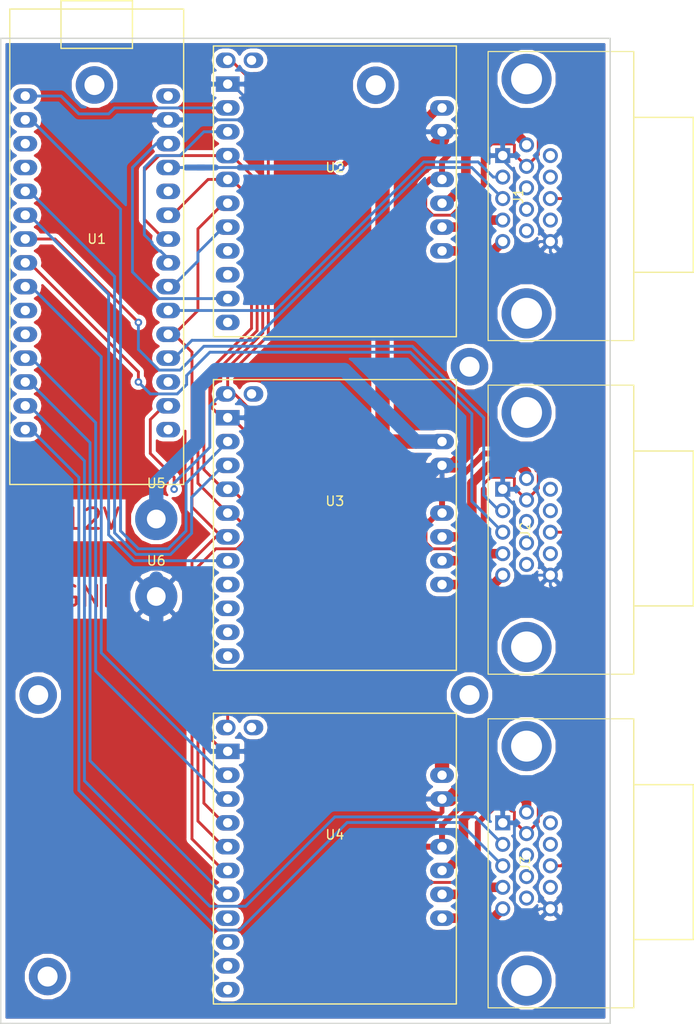
<source format=kicad_pcb>
(kicad_pcb (version 20171130) (host pcbnew 5.0.2-bee76a0~70~ubuntu18.04.1)
  (layers (0 F.Cu signal) (31 B.Cu signal hide) (34 B.Paste user) (35 F.Paste user) (36 B.SilkS user) (37 F.SilkS user) (38 B.Mask user) (39 F.Mask user) (44 Edge.Cuts user))
  (net 0 "")
  (net 1 "Net-(U2-Pad1)")
  (net 2 "Net-(U2-Pad10)")
  (net 3 "Net-(U2-Pad11)")
  (net 4 "Net-(U2-Pad13)")
  (net 5 "Net-(U1-Pad3)")
  (net 6 GND)
  (net 7 "Net-(U1-Pad10)")
  (net 8 "Net-(U1-Pad11)")
  (net 9 "Net-(U1-Pad16)")
  (net 10 +5V)
  (net 11 "Net-(U1-Pad20)")
  (net 12 "Net-(U1-Pad28)")
  (net 13 +3V3)
  (net 14 "Net-(U1-Pad30)")
  (net 15 MISO)
  (net 16 MOSI)
  (net 17 SCK)
  (net 18 +12V)
  (net 19 "Net-(J1-Pad7)")
  (net 20 "Net-(J1-Pad6)")
  (net 21 "Net-(J1-Pad4)")
  (net 22 "Net-(J1-Pad5)")
  (net 23 "Net-(U3-Pad1)")
  (net 24 "Net-(U3-Pad10)")
  (net 25 "Net-(U3-Pad11)")
  (net 26 "Net-(U3-Pad12)")
  (net 27 "Net-(U3-Pad13)")
  (net 28 "Net-(J2-Pad7)")
  (net 29 "Net-(J2-Pad6)")
  (net 30 "Net-(J2-Pad4)")
  (net 31 "Net-(J2-Pad5)")
  (net 32 "Net-(J3-Pad5)")
  (net 33 "Net-(J3-Pad4)")
  (net 34 "Net-(J3-Pad6)")
  (net 35 "Net-(J3-Pad7)")
  (net 36 "Net-(U4-Pad13)")
  (net 37 "Net-(U4-Pad12)")
  (net 38 "Net-(U4-Pad11)")
  (net 39 "Net-(U4-Pad10)")
  (net 40 "Net-(U4-Pad1)")
  (net 41 "Net-(J1-Pad8)")
  (net 42 "Net-(J1-Pad9)")
  (net 43 "Net-(J1-Pad10)")
  (net 44 "Net-(J1-Pad11)")
  (net 45 "Net-(J1-Pad12)")
  (net 46 "Net-(J1-Pad14)")
  (net 47 "Net-(J2-Pad14)")
  (net 48 "Net-(J2-Pad12)")
  (net 49 "Net-(J2-Pad11)")
  (net 50 "Net-(J2-Pad10)")
  (net 51 "Net-(J2-Pad9)")
  (net 52 "Net-(J2-Pad8)")
  (net 53 "Net-(J3-Pad8)")
  (net 54 "Net-(J3-Pad9)")
  (net 55 "Net-(J3-Pad10)")
  (net 56 "Net-(J3-Pad11)")
  (net 57 "Net-(J3-Pad12)")
  (net 58 "Net-(J3-Pad14)")
  (net 59 NXT1)
  (net 60 DIR1)
  (net 61 CS1)
  (net 62 NXT2)
  (net 63 DIR2)
  (net 64 CS2)
  (net 65 CS3)
  (net 66 DIR3)
  (net 67 NXT3)
  (net 68 FLIMIT1)
  (net 69 RLIMIT1)
  (net 70 RLIMIT2)
  (net 71 FLIMIT2)
  (net 72 FLIMIT3)
  (net 73 RLIMIT3)
  (net 74 RESET)
  (net 75 "Net-(U1-Pad4)")
  (module motor_driver:AMIS-30543-POLOLU (layer F.Cu) (at 172.72 135.89)
    (fp_text reference U4 (at 0 -2.54) (layer F.SilkS))
    (fp_text value AMIS-30543-POLOLU)
    (pad 19 thru_hole oval (at 11.43 6.35) (size 2.54 1.651) (drill 1) (layers *.Cu *.Mask) (net 32 "Net-(J3-Pad5)"))
    (pad 18 thru_hole oval (at 11.43 3.81) (size 2.54 1.651) (drill 1) (layers *.Cu *.Mask) (net 33 "Net-(J3-Pad4)"))
    (pad 17 thru_hole oval (at 11.43 1.27) (size 2.54 1.651) (drill 1) (layers *.Cu *.Mask) (net 34 "Net-(J3-Pad6)"))
    (pad 16 thru_hole oval (at 11.43 -1.27) (size 2.54 1.651) (drill 1) (layers *.Cu *.Mask) (net 35 "Net-(J3-Pad7)"))
    (pad 15 thru_hole oval (at 11.43 -6.35) (size 2.54 1.651) (drill 1) (layers *.Cu *.Mask) (net 6 GND))
    (pad 14 thru_hole oval (at 11.43 -8.89) (size 2.54 1.651) (drill 1) (layers *.Cu *.Mask) (net 18 +12V))
    (pad 13 thru_hole oval (at -11.43 13.97) (size 2.54 1.651) (drill 1) (layers *.Cu *.Mask) (net 36 "Net-(U4-Pad13)"))
    (pad 12 thru_hole oval (at -11.43 11.43) (size 2.54 1.651) (drill 1) (layers *.Cu *.Mask) (net 37 "Net-(U4-Pad12)"))
    (pad 11 thru_hole oval (at -11.43 8.89) (size 2.54 1.651) (drill 1) (layers *.Cu *.Mask) (net 38 "Net-(U4-Pad11)"))
    (pad 10 thru_hole oval (at -11.43 6.35) (size 2.54 1.651) (drill 1) (layers *.Cu *.Mask) (net 39 "Net-(U4-Pad10)"))
    (pad 9 thru_hole oval (at -11.43 3.81) (size 2.54 1.651) (drill 1) (layers *.Cu *.Mask) (net 65 CS3))
    (pad 8 thru_hole oval (at -11.43 1.27) (size 2.54 1.651) (drill 1) (layers *.Cu *.Mask) (net 17 SCK))
    (pad 7 thru_hole oval (at -11.43 -1.27) (size 2.54 1.651) (drill 1) (layers *.Cu *.Mask) (net 16 MOSI))
    (pad 6 thru_hole oval (at -11.43 -3.81) (size 2.54 1.651) (drill 1) (layers *.Cu *.Mask) (net 15 MISO))
    (pad 5 thru_hole oval (at -11.43 -6.35) (size 2.54 1.651) (drill 1) (layers *.Cu *.Mask) (net 66 DIR3))
    (pad 4 thru_hole oval (at -11.43 -8.89) (size 2.54 1.651) (drill 1) (layers *.Cu *.Mask) (net 67 NXT3))
    (pad 3 thru_hole rect (at -11.43 -11.43) (size 2.54 1.651) (drill 1) (layers *.Cu *.Mask) (net 6 GND))
    (pad 1 thru_hole oval (at -8.89 -13.97) (size 2.0955 1.651) (drill 1 (offset 0.20955 0)) (layers *.Cu *.Mask) (net 40 "Net-(U4-Pad1)"))
    (pad 2 thru_hole oval (at -11.43 -13.97 180) (size 2.0955 1.651) (drill 1 (offset 0.20955 0)) (layers *.Cu *.Mask) (net 13 +3V3))
  )
  (module motor_driver:DSUB-15-HD_Male_Horizontal_Pitch2.29x2.54mm_EdgePinOffset9.40mm (layer F.Cu) (at 190.5 60.96 270)
    (fp_text reference J1 (at 4.315 -1.8 270) (layer F.SilkS))
    (fp_text value DB15_Female_HighDensity)
    (pad "" thru_hole circle (at 16.809999 -2.662266 270) (size 5.334 5.334) (drill 3.302) (layers *.Cu *.Mask))
    (pad "" thru_hole circle (at -8.1788 -2.662266 270) (size 5.334 5.334) (drill 3.302) (layers *.Cu *.Mask))
    (pad 15 thru_hole circle (at 9.16 -5.202266 270) (size 1.6 1.6) (drill 1) (layers *.Cu *.Mask) (net 6 GND))
    (pad 14 thru_hole circle (at 6.87 -5.202266 270) (size 1.6 1.6) (drill 1) (layers *.Cu *.Mask) (net 46 "Net-(J1-Pad14)"))
    (pad 13 thru_hole circle (at 4.58 -5.202266 270) (size 1.6 1.6) (drill 1) (layers *.Cu *.Mask) (net 10 +5V))
    (pad 12 thru_hole circle (at 2.29 -5.202266 270) (size 1.6 1.6) (drill 1) (layers *.Cu *.Mask) (net 45 "Net-(J1-Pad12)"))
    (pad 11 thru_hole circle (at 0 -5.202266 270) (size 1.6 1.6) (drill 1) (layers *.Cu *.Mask) (net 44 "Net-(J1-Pad11)"))
    (pad 10 thru_hole circle (at 8.015 -2.662266 270) (size 1.6 1.6) (drill 1) (layers *.Cu *.Mask) (net 43 "Net-(J1-Pad10)"))
    (pad 9 thru_hole circle (at 5.725 -2.662266 270) (size 1.6 1.6) (drill 1) (layers *.Cu *.Mask) (net 42 "Net-(J1-Pad9)"))
    (pad 8 thru_hole circle (at 3.435 -2.662266 270) (size 1.6 1.6) (drill 1) (layers *.Cu *.Mask) (net 41 "Net-(J1-Pad8)"))
    (pad 7 thru_hole circle (at 1.145 -2.662266 270) (size 1.6 1.6) (drill 1) (layers *.Cu *.Mask) (net 19 "Net-(J1-Pad7)"))
    (pad 6 thru_hole circle (at -1.145 -2.662266 270) (size 1.6 1.6) (drill 1) (layers *.Cu *.Mask) (net 20 "Net-(J1-Pad6)"))
    (pad 5 thru_hole circle (at 9.16 -0.122266 270) (size 1.6 1.6) (drill 1) (layers *.Cu *.Mask) (net 22 "Net-(J1-Pad5)"))
    (pad 4 thru_hole circle (at 6.87 -0.122266 270) (size 1.6 1.6) (drill 1) (layers *.Cu *.Mask) (net 21 "Net-(J1-Pad4)"))
    (pad 3 thru_hole circle (at 4.58 -0.122266 270) (size 1.6 1.6) (drill 1) (layers *.Cu *.Mask) (net 69 RLIMIT1))
    (pad 2 thru_hole circle (at 2.29 -0.122266 270) (size 1.6 1.6) (drill 1) (layers *.Cu *.Mask) (net 68 FLIMIT1))
    (pad 1 thru_hole rect (at 0 -0.122266 270) (size 1.6 1.6) (drill 1) (layers *.Cu *.Mask) (net 6 GND))
  )
  (module motor_driver:AMIS-30543-POLOLU (layer F.Cu) (at 172.72 100.33)
    (fp_text reference U3 (at 0 -2.54) (layer F.SilkS))
    (fp_text value AMIS-30543-POLOLU)
    (pad 2 thru_hole oval (at -11.43 -13.97 180) (size 2.0955 1.651) (drill 1 (offset 0.20955 0)) (layers *.Cu *.Mask) (net 13 +3V3))
    (pad 1 thru_hole oval (at -8.89 -13.97) (size 2.0955 1.651) (drill 1 (offset 0.20955 0)) (layers *.Cu *.Mask) (net 23 "Net-(U3-Pad1)"))
    (pad 3 thru_hole rect (at -11.43 -11.43) (size 2.54 1.651) (drill 1) (layers *.Cu *.Mask) (net 6 GND))
    (pad 4 thru_hole oval (at -11.43 -8.89) (size 2.54 1.651) (drill 1) (layers *.Cu *.Mask) (net 62 NXT2))
    (pad 5 thru_hole oval (at -11.43 -6.35) (size 2.54 1.651) (drill 1) (layers *.Cu *.Mask) (net 63 DIR2))
    (pad 6 thru_hole oval (at -11.43 -3.81) (size 2.54 1.651) (drill 1) (layers *.Cu *.Mask) (net 15 MISO))
    (pad 7 thru_hole oval (at -11.43 -1.27) (size 2.54 1.651) (drill 1) (layers *.Cu *.Mask) (net 16 MOSI))
    (pad 8 thru_hole oval (at -11.43 1.27) (size 2.54 1.651) (drill 1) (layers *.Cu *.Mask) (net 17 SCK))
    (pad 9 thru_hole oval (at -11.43 3.81) (size 2.54 1.651) (drill 1) (layers *.Cu *.Mask) (net 64 CS2))
    (pad 10 thru_hole oval (at -11.43 6.35) (size 2.54 1.651) (drill 1) (layers *.Cu *.Mask) (net 24 "Net-(U3-Pad10)"))
    (pad 11 thru_hole oval (at -11.43 8.89) (size 2.54 1.651) (drill 1) (layers *.Cu *.Mask) (net 25 "Net-(U3-Pad11)"))
    (pad 12 thru_hole oval (at -11.43 11.43) (size 2.54 1.651) (drill 1) (layers *.Cu *.Mask) (net 26 "Net-(U3-Pad12)"))
    (pad 13 thru_hole oval (at -11.43 13.97) (size 2.54 1.651) (drill 1) (layers *.Cu *.Mask) (net 27 "Net-(U3-Pad13)"))
    (pad 14 thru_hole oval (at 11.43 -8.89) (size 2.54 1.651) (drill 1) (layers *.Cu *.Mask) (net 18 +12V))
    (pad 15 thru_hole oval (at 11.43 -6.35) (size 2.54 1.651) (drill 1) (layers *.Cu *.Mask) (net 6 GND))
    (pad 16 thru_hole oval (at 11.43 -1.27) (size 2.54 1.651) (drill 1) (layers *.Cu *.Mask) (net 28 "Net-(J2-Pad7)"))
    (pad 17 thru_hole oval (at 11.43 1.27) (size 2.54 1.651) (drill 1) (layers *.Cu *.Mask) (net 29 "Net-(J2-Pad6)"))
    (pad 18 thru_hole oval (at 11.43 3.81) (size 2.54 1.651) (drill 1) (layers *.Cu *.Mask) (net 30 "Net-(J2-Pad4)"))
    (pad 19 thru_hole oval (at 11.43 6.35) (size 2.54 1.651) (drill 1) (layers *.Cu *.Mask) (net 31 "Net-(J2-Pad5)"))
  )
  (module Wire_Pads:SolderWirePad_single_2mmDrill (layer F.Cu) (at 153.67 107.95)
    (fp_text reference U6 (at 0 -3.81) (layer F.SilkS))
    (fp_text value GND)
    (pad 1 thru_hole circle (at 0 0) (size 4.50088 4.50088) (drill 1.99898) (layers *.Cu *.Mask) (net 6 GND))
  )
  (module Wire_Pads:SolderWirePad_single_2mmDrill (layer F.Cu) (at 153.67 99.695)
    (fp_text reference U5 (at 0 -3.81) (layer F.SilkS))
    (fp_text value +12V)
    (pad 1 thru_hole circle (at 0 0) (size 4.50088 4.50088) (drill 1.99898) (layers *.Cu *.Mask) (net 18 +12V))
  )
  (module motor_driver:DSUB-15-HD_Male_Horizontal_Pitch2.29x2.54mm_EdgePinOffset9.40mm (layer F.Cu) (at 190.5 132.08 270)
    (fp_text reference J3 (at 4.315 -2.54 270) (layer F.SilkS))
    (fp_text value DB15_Female_HighDensity)
    (pad "" thru_hole circle (at 16.809999 -2.662266 270) (size 5.334 5.334) (drill 3.302) (layers *.Cu *.Mask))
    (pad "" thru_hole circle (at -8.1788 -2.662266 270) (size 5.334 5.334) (drill 3.302) (layers *.Cu *.Mask))
    (pad 15 thru_hole circle (at 9.16 -5.202266 270) (size 1.6 1.6) (drill 1) (layers *.Cu *.Mask) (net 6 GND))
    (pad 14 thru_hole circle (at 6.87 -5.202266 270) (size 1.6 1.6) (drill 1) (layers *.Cu *.Mask) (net 58 "Net-(J3-Pad14)"))
    (pad 13 thru_hole circle (at 4.58 -5.202266 270) (size 1.6 1.6) (drill 1) (layers *.Cu *.Mask) (net 10 +5V))
    (pad 12 thru_hole circle (at 2.29 -5.202266 270) (size 1.6 1.6) (drill 1) (layers *.Cu *.Mask) (net 57 "Net-(J3-Pad12)"))
    (pad 11 thru_hole circle (at 0 -5.202266 270) (size 1.6 1.6) (drill 1) (layers *.Cu *.Mask) (net 56 "Net-(J3-Pad11)"))
    (pad 10 thru_hole circle (at 8.015 -2.662266 270) (size 1.6 1.6) (drill 1) (layers *.Cu *.Mask) (net 55 "Net-(J3-Pad10)"))
    (pad 9 thru_hole circle (at 5.725 -2.662266 270) (size 1.6 1.6) (drill 1) (layers *.Cu *.Mask) (net 54 "Net-(J3-Pad9)"))
    (pad 8 thru_hole circle (at 3.435 -2.662266 270) (size 1.6 1.6) (drill 1) (layers *.Cu *.Mask) (net 53 "Net-(J3-Pad8)"))
    (pad 7 thru_hole circle (at 1.145 -2.662266 270) (size 1.6 1.6) (drill 1) (layers *.Cu *.Mask) (net 35 "Net-(J3-Pad7)"))
    (pad 6 thru_hole circle (at -1.145 -2.662266 270) (size 1.6 1.6) (drill 1) (layers *.Cu *.Mask) (net 34 "Net-(J3-Pad6)"))
    (pad 5 thru_hole circle (at 9.16 -0.122266 270) (size 1.6 1.6) (drill 1) (layers *.Cu *.Mask) (net 32 "Net-(J3-Pad5)"))
    (pad 4 thru_hole circle (at 6.87 -0.122266 270) (size 1.6 1.6) (drill 1) (layers *.Cu *.Mask) (net 33 "Net-(J3-Pad4)"))
    (pad 3 thru_hole circle (at 4.58 -0.122266 270) (size 1.6 1.6) (drill 1) (layers *.Cu *.Mask) (net 73 RLIMIT3))
    (pad 2 thru_hole circle (at 2.29 -0.122266 270) (size 1.6 1.6) (drill 1) (layers *.Cu *.Mask) (net 72 FLIMIT3))
    (pad 1 thru_hole rect (at 0 -0.122266 270) (size 1.6 1.6) (drill 1) (layers *.Cu *.Mask) (net 6 GND))
  )
  (module motor_driver:DSUB-15-HD_Male_Horizontal_Pitch2.29x2.54mm_EdgePinOffset9.40mm (layer F.Cu) (at 190.5 96.52 270)
    (fp_text reference J2 (at 4.315 -2.54 270) (layer F.SilkS))
    (fp_text value DB15_Female_HighDensity)
    (pad "" thru_hole circle (at 16.809999 -2.662266 270) (size 5.334 5.334) (drill 3.302) (layers *.Cu *.Mask))
    (pad "" thru_hole circle (at -8.1788 -2.662266 270) (size 5.334 5.334) (drill 3.302) (layers *.Cu *.Mask))
    (pad 15 thru_hole circle (at 9.16 -5.202266 270) (size 1.6 1.6) (drill 1) (layers *.Cu *.Mask) (net 6 GND))
    (pad 14 thru_hole circle (at 6.87 -5.202266 270) (size 1.6 1.6) (drill 1) (layers *.Cu *.Mask) (net 47 "Net-(J2-Pad14)"))
    (pad 13 thru_hole circle (at 4.58 -5.202266 270) (size 1.6 1.6) (drill 1) (layers *.Cu *.Mask) (net 10 +5V))
    (pad 12 thru_hole circle (at 2.29 -5.202266 270) (size 1.6 1.6) (drill 1) (layers *.Cu *.Mask) (net 48 "Net-(J2-Pad12)"))
    (pad 11 thru_hole circle (at 0 -5.202266 270) (size 1.6 1.6) (drill 1) (layers *.Cu *.Mask) (net 49 "Net-(J2-Pad11)"))
    (pad 10 thru_hole circle (at 8.015 -2.662266 270) (size 1.6 1.6) (drill 1) (layers *.Cu *.Mask) (net 50 "Net-(J2-Pad10)"))
    (pad 9 thru_hole circle (at 5.725 -2.662266 270) (size 1.6 1.6) (drill 1) (layers *.Cu *.Mask) (net 51 "Net-(J2-Pad9)"))
    (pad 8 thru_hole circle (at 3.435 -2.662266 270) (size 1.6 1.6) (drill 1) (layers *.Cu *.Mask) (net 52 "Net-(J2-Pad8)"))
    (pad 7 thru_hole circle (at 1.145 -2.662266 270) (size 1.6 1.6) (drill 1) (layers *.Cu *.Mask) (net 28 "Net-(J2-Pad7)"))
    (pad 6 thru_hole circle (at -1.145 -2.662266 270) (size 1.6 1.6) (drill 1) (layers *.Cu *.Mask) (net 29 "Net-(J2-Pad6)"))
    (pad 5 thru_hole circle (at 9.16 -0.122266 270) (size 1.6 1.6) (drill 1) (layers *.Cu *.Mask) (net 31 "Net-(J2-Pad5)"))
    (pad 4 thru_hole circle (at 6.87 -0.122266 270) (size 1.6 1.6) (drill 1) (layers *.Cu *.Mask) (net 30 "Net-(J2-Pad4)"))
    (pad 3 thru_hole circle (at 4.58 -0.122266 270) (size 1.6 1.6) (drill 1) (layers *.Cu *.Mask) (net 70 RLIMIT2))
    (pad 2 thru_hole circle (at 2.29 -0.122266 270) (size 1.6 1.6) (drill 1) (layers *.Cu *.Mask) (net 71 FLIMIT2))
    (pad 1 thru_hole rect (at 0 -0.122266 270) (size 1.6 1.6) (drill 1) (layers *.Cu *.Mask) (net 6 GND))
  )
  (module STM32:NUCLEO-L432KC (layer F.Cu) (at 147.32 72.39)
    (fp_text reference U1 (at 0 -2.54) (layer F.SilkS))
    (fp_text value NUCLEO-L432KC)
    (pad 1 thru_hole oval (at -7.62 -17.78) (size 2.54 1.65) (drill 1) (layers *.Cu *.Mask) (net 59 NXT1))
    (pad 2 thru_hole oval (at -7.62 -15.24) (size 2.54 1.65) (drill 1) (layers *.Cu *.Mask) (net 62 NXT2))
    (pad 3 thru_hole oval (at -7.62 -12.7) (size 2.54 1.65) (drill 1) (layers *.Cu *.Mask) (net 5 "Net-(U1-Pad3)"))
    (pad 4 thru_hole oval (at -7.62 -10.16) (size 2.54 1.65) (drill 1) (layers *.Cu *.Mask) (net 75 "Net-(U1-Pad4)"))
    (pad 5 thru_hole oval (at -7.62 -7.62) (size 2.54 1.65) (drill 1) (layers *.Cu *.Mask) (net 63 DIR2))
    (pad 6 thru_hole oval (at -7.62 -5.08) (size 2.54 1.65) (drill 1) (layers *.Cu *.Mask) (net 64 CS2))
    (pad 7 thru_hole oval (at -7.62 -2.54) (size 2.54 1.65) (drill 1) (layers *.Cu *.Mask) (net 71 FLIMIT2))
    (pad 8 thru_hole oval (at -7.62 0) (size 2.54 1.65) (drill 1) (layers *.Cu *.Mask) (net 70 RLIMIT2))
    (pad 9 thru_hole oval (at -7.62 2.54) (size 2.54 1.65) (drill 1) (layers *.Cu *.Mask) (net 67 NXT3))
    (pad 10 thru_hole oval (at -7.62 5.08) (size 2.54 1.65) (drill 1) (layers *.Cu *.Mask) (net 7 "Net-(U1-Pad10)"))
    (pad 11 thru_hole oval (at -7.62 7.62) (size 2.54 1.65) (drill 1) (layers *.Cu *.Mask) (net 8 "Net-(U1-Pad11)"))
    (pad 12 thru_hole oval (at -7.62 10.16) (size 2.54 1.65) (drill 1) (layers *.Cu *.Mask) (net 66 DIR3))
    (pad 13 thru_hole oval (at -7.62 12.7) (size 2.54 1.65) (drill 1) (layers *.Cu *.Mask) (net 65 CS3))
    (pad 14 thru_hole oval (at -7.62 15.24) (size 2.54 1.65) (drill 1) (layers *.Cu *.Mask) (net 72 FLIMIT3))
    (pad 15 thru_hole oval (at -7.62 17.78) (size 2.54 1.65) (drill 1) (layers *.Cu *.Mask) (net 73 RLIMIT3))
    (pad 16 thru_hole oval (at 7.62 -17.78) (size 2.54 1.65) (drill 1) (layers *.Cu *.Mask) (net 9 "Net-(U1-Pad16)"))
    (pad 17 thru_hole oval (at 7.62 -15.24) (size 2.54 1.65) (drill 1) (layers *.Cu *.Mask) (net 6 GND))
    (pad 18 thru_hole oval (at 7.62 -12.7) (size 2.54 1.65) (drill 1) (layers *.Cu *.Mask) (net 74 RESET))
    (pad 19 thru_hole oval (at 7.62 -10.16) (size 2.54 1.65) (drill 1) (layers *.Cu *.Mask) (net 10 +5V))
    (pad 20 thru_hole oval (at 7.62 -7.62) (size 2.54 1.65) (drill 1) (layers *.Cu *.Mask) (net 11 "Net-(U1-Pad20)"))
    (pad 21 thru_hole oval (at 7.62 -5.08) (size 2.54 1.65) (drill 1) (layers *.Cu *.Mask) (net 16 MOSI))
    (pad 22 thru_hole oval (at 7.62 -2.54) (size 2.54 1.65) (drill 1) (layers *.Cu *.Mask) (net 15 MISO))
    (pad 23 thru_hole oval (at 7.62 0) (size 2.54 1.65) (drill 1) (layers *.Cu *.Mask) (net 60 DIR1))
    (pad 24 thru_hole oval (at 7.62 2.54) (size 2.54 1.65) (drill 1) (layers *.Cu *.Mask) (net 61 CS1))
    (pad 25 thru_hole oval (at 7.62 5.08) (size 2.54 1.65) (drill 1) (layers *.Cu *.Mask) (net 68 FLIMIT1))
    (pad 26 thru_hole oval (at 7.62 7.62) (size 2.54 1.65) (drill 1) (layers *.Cu *.Mask) (net 17 SCK))
    (pad 27 thru_hole oval (at 7.62 10.16) (size 2.54 1.65) (drill 1) (layers *.Cu *.Mask) (net 69 RLIMIT1))
    (pad 28 thru_hole oval (at 7.62 12.7) (size 2.54 1.65) (drill 1) (layers *.Cu *.Mask) (net 12 "Net-(U1-Pad28)"))
    (pad 29 thru_hole oval (at 7.62 15.24) (size 2.54 1.65) (drill 1) (layers *.Cu *.Mask) (net 13 +3V3))
    (pad 30 thru_hole oval (at 7.62 17.78) (size 2.54 1.65) (drill 1) (layers *.Cu *.Mask) (net 14 "Net-(U1-Pad30)"))
  )
  (module motor_driver:AMIS-30543-POLOLU (layer F.Cu) (at 172.72 64.77)
    (fp_text reference U2 (at 0 -2.54) (layer F.SilkS))
    (fp_text value AMIS-30543-POLOLU)
    (pad 2 thru_hole oval (at -11.43 -13.97 180) (size 2.0955 1.651) (drill 1 (offset 0.20955 0)) (layers *.Cu *.Mask) (net 13 +3V3))
    (pad 1 thru_hole oval (at -8.89 -13.97) (size 2.0955 1.651) (drill 1 (offset 0.20955 0)) (layers *.Cu *.Mask) (net 1 "Net-(U2-Pad1)"))
    (pad 3 thru_hole rect (at -11.43 -11.43) (size 2.54 1.651) (drill 1) (layers *.Cu *.Mask) (net 6 GND))
    (pad 4 thru_hole oval (at -11.43 -8.89) (size 2.54 1.651) (drill 1) (layers *.Cu *.Mask) (net 59 NXT1))
    (pad 5 thru_hole oval (at -11.43 -6.35) (size 2.54 1.651) (drill 1) (layers *.Cu *.Mask) (net 60 DIR1))
    (pad 6 thru_hole oval (at -11.43 -3.81) (size 2.54 1.651) (drill 1) (layers *.Cu *.Mask) (net 15 MISO))
    (pad 7 thru_hole oval (at -11.43 -1.27) (size 2.54 1.651) (drill 1) (layers *.Cu *.Mask) (net 16 MOSI))
    (pad 8 thru_hole oval (at -11.43 1.27) (size 2.54 1.651) (drill 1) (layers *.Cu *.Mask) (net 17 SCK))
    (pad 9 thru_hole oval (at -11.43 3.81) (size 2.54 1.651) (drill 1) (layers *.Cu *.Mask) (net 61 CS1))
    (pad 10 thru_hole oval (at -11.43 6.35) (size 2.54 1.651) (drill 1) (layers *.Cu *.Mask) (net 2 "Net-(U2-Pad10)"))
    (pad 11 thru_hole oval (at -11.43 8.89) (size 2.54 1.651) (drill 1) (layers *.Cu *.Mask) (net 3 "Net-(U2-Pad11)"))
    (pad 12 thru_hole oval (at -11.43 11.43) (size 2.54 1.651) (drill 1) (layers *.Cu *.Mask) (net 74 RESET))
    (pad 13 thru_hole oval (at -11.43 13.97) (size 2.54 1.651) (drill 1) (layers *.Cu *.Mask) (net 4 "Net-(U2-Pad13)"))
    (pad 14 thru_hole oval (at 11.43 -8.89) (size 2.54 1.651) (drill 1) (layers *.Cu *.Mask) (net 18 +12V))
    (pad 15 thru_hole oval (at 11.43 -6.35) (size 2.54 1.651) (drill 1) (layers *.Cu *.Mask) (net 6 GND))
    (pad 16 thru_hole oval (at 11.43 -1.27) (size 2.54 1.651) (drill 1) (layers *.Cu *.Mask) (net 19 "Net-(J1-Pad7)"))
    (pad 17 thru_hole oval (at 11.43 1.27) (size 2.54 1.651) (drill 1) (layers *.Cu *.Mask) (net 20 "Net-(J1-Pad6)"))
    (pad 18 thru_hole oval (at 11.43 3.81) (size 2.54 1.651) (drill 1) (layers *.Cu *.Mask) (net 21 "Net-(J1-Pad4)"))
    (pad 19 thru_hole oval (at 11.43 6.35) (size 2.54 1.651) (drill 1) (layers *.Cu *.Mask) (net 22 "Net-(J1-Pad5)"))
  )
  (gr_text GND (at 146.685 107.95) (layer F.Cu) (effects (font (size 2.2 2.2) (thickness 0.3))))
  (gr_text "+12V\n" (at 145.415 99.695) (layer F.Cu) (effects (font (size 2.2 2.2) (thickness 0.3))))
  (gr_line (start 137.08 153.46) (end 137.08 48.46) (layer Edge.Cuts) (width 0.15))
  (gr_line (start 138.08 153.46) (end 137.08 153.46) (layer Edge.Cuts) (width 0.15))
  (gr_line (start 202.08 153.46) (end 138.08 153.46) (layer Edge.Cuts) (width 0.15))
  (gr_line (start 202.08 48.46) (end 202.08 153.46) (layer Edge.Cuts) (width 0.15))
  (gr_line (start 137.08 48.46) (end 202.08 48.46) (layer Edge.Cuts) (width 0.15))
  (via (at 187.08 83.46) (size 4) (drill 2.1336) (layers F.Cu B.Cu) (net 0))
  (via (at 177.08 53.46) (size 4) (drill 2.1336) (layers F.Cu B.Cu) (net 0))
  (via (at 187.08 118.46) (size 4) (drill 2.1336) (layers F.Cu B.Cu) (net 0))
  (via (at 141.08 118.46) (size 4) (drill 2.1336) (layers F.Cu B.Cu) (net 0))
  (via (at 142.08 148.46) (size 4) (drill 2.1336) (layers F.Cu B.Cu) (net 0))
  (via (at 147.08 53.43549) (size 4) (drill 2.1336) (layers F.Cu B.Cu) (net 0))
  (segment (start 154.94 57.15) (end 162.56 57.15) (width 0.3048) (layer B.Cu) (net 6))
  (segment (start 161.7345 53.34) (end 161.29 53.34) (width 0.3048) (layer F.Cu) (net 6))
  (segment (start 161.29 88.9) (end 160.655 88.9) (width 0.3048) (layer F.Cu) (net 6))
  (segment (start 159.385 87.63) (end 159.385 85.508316) (width 0.3048) (layer F.Cu) (net 6))
  (segment (start 160.655 88.9) (end 159.385 87.63) (width 0.3048) (layer F.Cu) (net 6))
  (segment (start 159.385 85.508316) (end 165.023818 79.869498) (width 0.3048) (layer F.Cu) (net 6))
  (segment (start 165.023818 79.869498) (end 165.023818 56.629318) (width 0.3048) (layer F.Cu) (net 6))
  (segment (start 165.023818 56.629318) (end 161.7345 53.34) (width 0.3048) (layer F.Cu) (net 6))
  (segment (start 191.866767 69.521363) (end 192.830404 70.485) (width 0.3048) (layer F.Cu) (net 6))
  (segment (start 191.866767 62.651363) (end 191.866767 69.521363) (width 0.3048) (layer F.Cu) (net 6))
  (segment (start 190.622266 60.96) (end 190.622266 61.406862) (width 0.3048) (layer F.Cu) (net 6))
  (segment (start 190.622266 61.406862) (end 191.866767 62.651363) (width 0.3048) (layer F.Cu) (net 6))
  (segment (start 194.570896 70.12) (end 195.702266 70.12) (width 0.3048) (layer F.Cu) (net 6))
  (segment (start 192.830404 70.485) (end 194.205896 70.485) (width 0.3048) (layer F.Cu) (net 6))
  (segment (start 194.205896 70.485) (end 194.570896 70.12) (width 0.3048) (layer F.Cu) (net 6))
  (segment (start 185.7248 58.42) (end 184.15 58.42) (width 0.3048) (layer B.Cu) (net 6))
  (segment (start 189.187066 58.42) (end 185.7248 58.42) (width 0.3048) (layer B.Cu) (net 6))
  (segment (start 190.622266 60.96) (end 190.622266 59.8552) (width 0.3048) (layer B.Cu) (net 6))
  (segment (start 190.622266 59.8552) (end 189.187066 58.42) (width 0.3048) (layer B.Cu) (net 6))
  (segment (start 161.7345 53.34) (end 161.29 53.34) (width 0.3048) (layer B.Cu) (net 6))
  (segment (start 163.195 54.8005) (end 161.7345 53.34) (width 0.3048) (layer B.Cu) (net 6))
  (segment (start 162.56 57.15) (end 163.195 57.15) (width 0.3048) (layer B.Cu) (net 6))
  (segment (start 163.195 57.15) (end 163.195 54.8005) (width 0.3048) (layer B.Cu) (net 6))
  (segment (start 191.866767 69.521363) (end 192.830404 70.485) (width 0.3048) (layer B.Cu) (net 6))
  (segment (start 191.866767 62.652639) (end 191.866767 69.521363) (width 0.3048) (layer B.Cu) (net 6))
  (segment (start 190.622266 60.96) (end 190.622266 61.408138) (width 0.3048) (layer B.Cu) (net 6))
  (segment (start 190.622266 61.408138) (end 191.866767 62.652639) (width 0.3048) (layer B.Cu) (net 6))
  (segment (start 194.570896 70.12) (end 195.702266 70.12) (width 0.3048) (layer B.Cu) (net 6))
  (segment (start 192.830404 70.485) (end 194.205896 70.485) (width 0.3048) (layer B.Cu) (net 6))
  (segment (start 194.205896 70.485) (end 194.570896 70.12) (width 0.3048) (layer B.Cu) (net 6))
  (segment (start 183.7055 93.98) (end 184.15 93.98) (width 1.524) (layer B.Cu) (net 6))
  (segment (start 153.67 106.045) (end 153.67 111.125) (width 1.524) (layer B.Cu) (net 6))
  (segment (start 153.67 111.125) (end 159.385 116.84) (width 1.524) (layer B.Cu) (net 6))
  (segment (start 159.385 116.84) (end 161.852669 116.84) (width 1.524) (layer B.Cu) (net 6))
  (segment (start 179.705 98.987669) (end 179.705 97.9805) (width 1.524) (layer B.Cu) (net 6))
  (segment (start 161.852669 116.84) (end 179.705 98.987669) (width 1.524) (layer B.Cu) (net 6))
  (segment (start 179.705 97.9805) (end 183.7055 93.98) (width 1.524) (layer B.Cu) (net 6))
  (segment (start 184.15 59.230306) (end 184.15 58.42) (width 1.524) (layer F.Cu) (net 6))
  (segment (start 185.42 93.98) (end 187.325 92.075) (width 1.524) (layer F.Cu) (net 6))
  (segment (start 187.325 92.075) (end 187.325 89.535) (width 1.524) (layer F.Cu) (net 6))
  (segment (start 187.325 89.535) (end 180.23839 82.44839) (width 1.524) (layer F.Cu) (net 6))
  (segment (start 180.23839 82.44839) (end 180.23839 63.141916) (width 1.524) (layer F.Cu) (net 6))
  (segment (start 184.15 93.98) (end 185.42 93.98) (width 1.524) (layer F.Cu) (net 6))
  (segment (start 180.23839 63.141916) (end 184.15 59.230306) (width 1.524) (layer F.Cu) (net 6))
  (segment (start 164.800565 57.15) (end 162.56 57.15) (width 0.3048) (layer B.Cu) (net 6))
  (segment (start 184.15 58.42) (end 166.070565 58.42) (width 0.3048) (layer B.Cu) (net 6))
  (segment (start 166.070565 58.42) (end 164.800565 57.15) (width 0.3048) (layer B.Cu) (net 6))
  (segment (start 190.622266 93.857734) (end 190.622266 96.52) (width 0.3048) (layer B.Cu) (net 6))
  (segment (start 192.405 92.075) (end 190.622266 93.857734) (width 0.3048) (layer B.Cu) (net 6))
  (segment (start 195.702266 71.25137) (end 197.485 73.034104) (width 0.3048) (layer B.Cu) (net 6))
  (segment (start 195.702266 70.12) (end 195.702266 71.25137) (width 0.3048) (layer B.Cu) (net 6))
  (segment (start 197.485 73.034104) (end 197.485 89.535) (width 0.3048) (layer B.Cu) (net 6))
  (segment (start 197.485 89.535) (end 197.160404 89.535) (width 0.3048) (layer B.Cu) (net 6))
  (segment (start 197.160404 89.535) (end 194.620404 92.075) (width 0.3048) (layer B.Cu) (net 6))
  (segment (start 194.620404 92.075) (end 192.405 92.075) (width 0.3048) (layer B.Cu) (net 6))
  (segment (start 194.570896 141.24) (end 195.702266 141.24) (width 0.3048) (layer B.Cu) (net 6))
  (segment (start 191.727066 132.08) (end 191.866767 132.219701) (width 0.3048) (layer B.Cu) (net 6))
  (segment (start 190.622266 132.08) (end 191.727066 132.08) (width 0.3048) (layer B.Cu) (net 6))
  (segment (start 191.866767 132.219701) (end 191.866767 140.641363) (width 0.3048) (layer B.Cu) (net 6))
  (segment (start 191.866767 140.641363) (end 192.564905 141.339501) (width 0.3048) (layer B.Cu) (net 6))
  (segment (start 192.564905 141.339501) (end 194.471395 141.339501) (width 0.3048) (layer B.Cu) (net 6))
  (segment (start 194.471395 141.339501) (end 194.570896 141.24) (width 0.3048) (layer B.Cu) (net 6))
  (segment (start 195.702266 105.68) (end 195.702266 106.81137) (width 0.3048) (layer B.Cu) (net 6))
  (segment (start 190.622266 130.052734) (end 190.622266 130.9752) (width 0.3048) (layer B.Cu) (net 6))
  (segment (start 198.12 109.229104) (end 198.12 124.46) (width 0.3048) (layer B.Cu) (net 6))
  (segment (start 190.622266 130.9752) (end 190.622266 132.08) (width 0.3048) (layer B.Cu) (net 6))
  (segment (start 198.12 124.46) (end 193.675 128.905) (width 0.3048) (layer B.Cu) (net 6))
  (segment (start 195.702266 106.81137) (end 198.12 109.229104) (width 0.3048) (layer B.Cu) (net 6))
  (segment (start 193.675 128.905) (end 191.77 128.905) (width 0.3048) (layer B.Cu) (net 6))
  (segment (start 191.77 128.905) (end 190.622266 130.052734) (width 0.3048) (layer B.Cu) (net 6))
  (segment (start 193.859128 105.68) (end 195.702266 105.68) (width 0.3048) (layer B.Cu) (net 6))
  (segment (start 190.622266 96.968138) (end 191.866767 98.212639) (width 0.3048) (layer B.Cu) (net 6))
  (segment (start 190.622266 96.52) (end 190.622266 96.968138) (width 0.3048) (layer B.Cu) (net 6))
  (segment (start 191.866767 98.212639) (end 191.866767 105.081363) (width 0.3048) (layer B.Cu) (net 6))
  (segment (start 191.866767 105.081363) (end 192.564905 105.779501) (width 0.3048) (layer B.Cu) (net 6))
  (segment (start 192.564905 105.779501) (end 193.759627 105.779501) (width 0.3048) (layer B.Cu) (net 6))
  (segment (start 193.759627 105.779501) (end 193.859128 105.68) (width 0.3048) (layer B.Cu) (net 6))
  (segment (start 187.16939 127.368267) (end 184.997657 129.54) (width 1.524) (layer F.Cu) (net 6))
  (segment (start 184.15 93.98) (end 183.7055 93.98) (width 1.524) (layer F.Cu) (net 6))
  (segment (start 183.7055 93.98) (end 180.34 97.3455) (width 1.524) (layer F.Cu) (net 6))
  (segment (start 180.34 97.3455) (end 180.34 117.475) (width 1.524) (layer F.Cu) (net 6))
  (segment (start 180.34 117.475) (end 187.16939 124.30439) (width 1.524) (layer F.Cu) (net 6))
  (segment (start 184.997657 129.54) (end 184.15 129.54) (width 1.524) (layer F.Cu) (net 6))
  (segment (start 187.16939 124.30439) (end 187.16939 127.368267) (width 1.524) (layer F.Cu) (net 6))
  (segment (start 160.8455 124.46) (end 161.29 124.46) (width 0.3048) (layer F.Cu) (net 6))
  (segment (start 161.7345 88.9) (end 164.426908 91.592408) (width 0.3048) (layer F.Cu) (net 6))
  (segment (start 161.29 88.9) (end 161.7345 88.9) (width 0.3048) (layer F.Cu) (net 6))
  (segment (start 164.426908 91.592408) (end 164.426908 115.608092) (width 0.3048) (layer F.Cu) (net 6))
  (segment (start 164.426908 115.608092) (end 159.385 120.65) (width 0.3048) (layer F.Cu) (net 6))
  (segment (start 159.385 120.65) (end 159.385 122.9995) (width 0.3048) (layer F.Cu) (net 6))
  (segment (start 159.385 122.9995) (end 160.8455 124.46) (width 0.3048) (layer F.Cu) (net 6))
  (via (at 173.355 62.23) (size 0.8) (drill 0.4) (layers F.Cu B.Cu) (net 10))
  (segment (start 197.485 59.055) (end 194.81799 56.38799) (width 0.635) (layer F.Cu) (net 10))
  (segment (start 173.754999 61.830001) (end 173.355 62.23) (width 0.3048) (layer F.Cu) (net 10))
  (segment (start 194.81799 56.38799) (end 191.64299 56.38799) (width 0.635) (layer F.Cu) (net 10))
  (segment (start 191.64299 56.38799) (end 189.23 53.975) (width 0.635) (layer F.Cu) (net 10))
  (segment (start 181.61 53.975) (end 173.754999 61.830001) (width 0.635) (layer F.Cu) (net 10))
  (segment (start 189.23 53.975) (end 181.61 53.975) (width 0.635) (layer F.Cu) (net 10))
  (segment (start 197.485 63.5) (end 197.485 59.055) (width 0.635) (layer F.Cu) (net 10))
  (segment (start 197.35 101.1) (end 195.702266 101.1) (width 0.3048) (layer F.Cu) (net 10))
  (segment (start 197.485 63.5) (end 197.485 100.965) (width 0.635) (layer F.Cu) (net 10))
  (segment (start 197.485 100.965) (end 197.35 101.1) (width 0.3048) (layer F.Cu) (net 10))
  (segment (start 196.833636 136.66) (end 195.702266 136.66) (width 0.3048) (layer F.Cu) (net 10))
  (segment (start 197.485 100.965) (end 197.485 136.008636) (width 0.635) (layer F.Cu) (net 10))
  (segment (start 197.485 136.008636) (end 196.833636 136.66) (width 0.3048) (layer F.Cu) (net 10))
  (segment (start 197.485 65.405) (end 197.485 63.5) (width 0.3048) (layer F.Cu) (net 10))
  (segment (start 195.702266 65.54) (end 197.35 65.54) (width 0.3048) (layer F.Cu) (net 10))
  (segment (start 197.35 65.54) (end 197.485 65.405) (width 0.3048) (layer F.Cu) (net 10))
  (segment (start 162.56 62.23) (end 166.37 62.23) (width 0.3048) (layer B.Cu) (net 10))
  (segment (start 162.56 62.23) (end 172.72 62.23) (width 0.635) (layer B.Cu) (net 10))
  (segment (start 166.37 62.23) (end 172.72 62.23) (width 0.3048) (layer B.Cu) (net 10))
  (segment (start 172.72 62.23) (end 173.355 62.23) (width 0.3048) (layer B.Cu) (net 10))
  (segment (start 160.02 62.23) (end 162.56 62.23) (width 0.3048) (layer B.Cu) (net 10))
  (segment (start 159.385 62.23) (end 160.02 62.23) (width 0.3048) (layer B.Cu) (net 10))
  (segment (start 158.115 62.23) (end 160.02 62.23) (width 0.635) (layer B.Cu) (net 10))
  (segment (start 156.845 62.23) (end 158.115 62.23) (width 0.3048) (layer B.Cu) (net 10))
  (segment (start 154.94 62.23) (end 156.845 62.23) (width 0.3048) (layer B.Cu) (net 10))
  (segment (start 158.75 62.23) (end 156.845 62.23) (width 0.635) (layer B.Cu) (net 10))
  (segment (start 158.75 62.23) (end 159.385 62.23) (width 0.3048) (layer B.Cu) (net 10))
  (segment (start 158.115 62.23) (end 158.75 62.23) (width 0.3048) (layer B.Cu) (net 10))
  (segment (start 161.29 84.455) (end 161.29 86.36) (width 0.3048) (layer F.Cu) (net 13))
  (segment (start 165.620727 80.124273) (end 161.29 84.455) (width 0.3048) (layer F.Cu) (net 13))
  (segment (start 165.620727 54.775125) (end 165.620727 80.124273) (width 0.3048) (layer F.Cu) (net 13))
  (segment (start 161.29 50.8) (end 161.645602 50.8) (width 0.3048) (layer F.Cu) (net 13))
  (segment (start 161.645602 50.8) (end 165.620727 54.775125) (width 0.3048) (layer F.Cu) (net 13))
  (segment (start 160.655 86.36) (end 159.385 87.63) (width 0.3048) (layer B.Cu) (net 13))
  (segment (start 161.29 86.36) (end 160.655 86.36) (width 0.3048) (layer B.Cu) (net 13))
  (via (at 155.575 96.52) (size 0.8) (drill 0.4) (layers F.Cu B.Cu) (net 13))
  (segment (start 155.575 95.866342) (end 155.575 96.52) (width 0.3048) (layer B.Cu) (net 13))
  (segment (start 159.385 87.63) (end 159.385 92.056342) (width 0.3048) (layer B.Cu) (net 13))
  (segment (start 159.385 92.056342) (end 155.575 95.866342) (width 0.3048) (layer B.Cu) (net 13))
  (segment (start 154.495 87.63) (end 154.94 87.63) (width 0.3048) (layer F.Cu) (net 13))
  (segment (start 153.035 89.09) (end 154.495 87.63) (width 0.3048) (layer F.Cu) (net 13))
  (segment (start 153.035 92.71) (end 153.035 89.09) (width 0.3048) (layer F.Cu) (net 13))
  (segment (start 155.575 96.52) (end 155.575 95.25) (width 0.3048) (layer F.Cu) (net 13))
  (segment (start 155.575 95.25) (end 153.035 92.71) (width 0.3048) (layer F.Cu) (net 13))
  (segment (start 161.29 120.015) (end 161.29 121.92) (width 0.3048) (layer F.Cu) (net 13))
  (segment (start 165.023819 116.281181) (end 161.29 120.015) (width 0.3048) (layer F.Cu) (net 13))
  (segment (start 165.023819 89.362584) (end 165.023819 116.281181) (width 0.3048) (layer F.Cu) (net 13))
  (segment (start 161.29 86.36) (end 162.021235 86.36) (width 0.3048) (layer F.Cu) (net 13))
  (segment (start 162.021235 86.36) (end 165.023819 89.362584) (width 0.3048) (layer F.Cu) (net 13))
  (segment (start 153.969642 60.96) (end 152.4 62.529642) (width 0.3048) (layer F.Cu) (net 15))
  (segment (start 161.29 60.96) (end 153.969642 60.96) (width 0.3048) (layer F.Cu) (net 15))
  (segment (start 154.495 69.85) (end 154.94 69.85) (width 0.3048) (layer F.Cu) (net 15))
  (segment (start 152.4 67.755) (end 154.495 69.85) (width 0.3048) (layer F.Cu) (net 15))
  (segment (start 152.4 62.529642) (end 152.4 67.755) (width 0.3048) (layer F.Cu) (net 15))
  (segment (start 160.8455 96.52) (end 161.29 96.52) (width 0.3048) (layer F.Cu) (net 15))
  (segment (start 161.7345 60.96) (end 164.426911 63.652411) (width 0.3048) (layer F.Cu) (net 15))
  (segment (start 161.29 60.96) (end 161.7345 60.96) (width 0.3048) (layer F.Cu) (net 15))
  (segment (start 164.426911 63.652411) (end 164.426911 79.622248) (width 0.3048) (layer F.Cu) (net 15))
  (segment (start 164.426911 79.622248) (end 158.75 85.299159) (width 0.3048) (layer F.Cu) (net 15))
  (segment (start 158.75 85.299159) (end 158.75 94.4245) (width 0.3048) (layer F.Cu) (net 15))
  (segment (start 158.75 94.4245) (end 160.8455 96.52) (width 0.3048) (layer F.Cu) (net 15))
  (segment (start 160.8455 132.08) (end 161.29 132.08) (width 0.3048) (layer F.Cu) (net 15))
  (segment (start 161.7345 96.52) (end 163.829997 98.615497) (width 0.3048) (layer F.Cu) (net 15))
  (segment (start 161.29 96.52) (end 161.7345 96.52) (width 0.3048) (layer F.Cu) (net 15))
  (segment (start 163.829997 98.615497) (end 163.829997 114.935003) (width 0.3048) (layer F.Cu) (net 15))
  (segment (start 163.829997 114.935003) (end 158.75 120.015) (width 0.3048) (layer F.Cu) (net 15))
  (segment (start 158.75 120.015) (end 158.75 129.9845) (width 0.3048) (layer F.Cu) (net 15))
  (segment (start 158.75 129.9845) (end 160.8455 132.08) (width 0.3048) (layer F.Cu) (net 15))
  (segment (start 155.385 67.31) (end 159.195 63.5) (width 0.3048) (layer F.Cu) (net 16))
  (segment (start 154.94 67.31) (end 155.385 67.31) (width 0.3048) (layer F.Cu) (net 16))
  (segment (start 159.195 63.5) (end 161.29 63.5) (width 0.3048) (layer F.Cu) (net 16))
  (segment (start 161.7345 63.5) (end 161.29 63.5) (width 0.3048) (layer F.Cu) (net 16))
  (segment (start 163.83 65.5955) (end 161.7345 63.5) (width 0.3048) (layer F.Cu) (net 16))
  (segment (start 163.83 79.375) (end 163.83 65.5955) (width 0.3048) (layer F.Cu) (net 16))
  (segment (start 158.115 85.09) (end 163.83 79.375) (width 0.3048) (layer F.Cu) (net 16))
  (segment (start 161.29 99.06) (end 158.115 95.885) (width 0.3048) (layer F.Cu) (net 16))
  (segment (start 158.115 95.885) (end 158.115 85.09) (width 0.3048) (layer F.Cu) (net 16))
  (segment (start 160.8455 134.62) (end 161.29 134.62) (width 0.3048) (layer F.Cu) (net 16))
  (segment (start 158.115 104.775) (end 158.115 131.8895) (width 0.3048) (layer F.Cu) (net 16))
  (segment (start 161.7345 99.06) (end 163.195 100.5205) (width 0.3048) (layer F.Cu) (net 16))
  (segment (start 161.29 99.06) (end 161.7345 99.06) (width 0.3048) (layer F.Cu) (net 16))
  (segment (start 163.195 100.5205) (end 163.195 101.935565) (width 0.3048) (layer F.Cu) (net 16))
  (segment (start 163.195 101.935565) (end 162.260565 102.87) (width 0.3048) (layer F.Cu) (net 16))
  (segment (start 158.115 131.8895) (end 160.8455 134.62) (width 0.3048) (layer F.Cu) (net 16))
  (segment (start 162.260565 102.87) (end 160.02 102.87) (width 0.3048) (layer F.Cu) (net 16))
  (segment (start 160.02 102.87) (end 158.115 104.775) (width 0.3048) (layer F.Cu) (net 16))
  (segment (start 160.8455 137.16) (end 161.29 137.16) (width 0.3048) (layer F.Cu) (net 17))
  (segment (start 157.48 133.7945) (end 160.8455 137.16) (width 0.3048) (layer F.Cu) (net 17))
  (segment (start 157.48 104.14) (end 157.48 133.7945) (width 0.3048) (layer F.Cu) (net 17))
  (segment (start 161.29 101.6) (end 160.02 101.6) (width 0.3048) (layer F.Cu) (net 17))
  (segment (start 160.02 101.6) (end 157.48 104.14) (width 0.3048) (layer F.Cu) (net 17))
  (segment (start 160.655 101.6) (end 161.29 101.6) (width 0.3048) (layer F.Cu) (net 17))
  (segment (start 157.48 98.425) (end 160.655 101.6) (width 0.3048) (layer F.Cu) (net 17))
  (segment (start 157.48 81.915) (end 157.48 98.425) (width 0.3048) (layer F.Cu) (net 17))
  (segment (start 154.94 80.01) (end 155.575 80.01) (width 0.3048) (layer F.Cu) (net 17))
  (segment (start 155.575 80.01) (end 157.48 81.915) (width 0.3048) (layer F.Cu) (net 17))
  (segment (start 158.115 77.47) (end 155.575 80.01) (width 0.3048) (layer F.Cu) (net 17))
  (segment (start 158.115 68.7705) (end 158.115 77.47) (width 0.3048) (layer F.Cu) (net 17))
  (segment (start 161.29 66.04) (end 160.8455 66.04) (width 0.3048) (layer F.Cu) (net 17))
  (segment (start 160.8455 66.04) (end 158.115 68.7705) (width 0.3048) (layer F.Cu) (net 17))
  (segment (start 184.15 124.6505) (end 184.15 127) (width 1.524) (layer F.Cu) (net 18))
  (segment (start 177.8 118.3005) (end 184.15 124.6505) (width 1.524) (layer F.Cu) (net 18))
  (segment (start 181.356 91.44) (end 177.8 91.44) (width 1.524) (layer F.Cu) (net 18))
  (segment (start 184.15 91.44) (end 181.356 91.44) (width 1.524) (layer F.Cu) (net 18))
  (segment (start 177.8 63.37115) (end 177.8 91.44) (width 1.524) (layer F.Cu) (net 18))
  (segment (start 177.8 91.44) (end 177.8 118.3005) (width 1.524) (layer F.Cu) (net 18))
  (segment (start 177.8 62.865) (end 177.8 63.37115) (width 1.016) (layer F.Cu) (net 18))
  (segment (start 180.975 59.69) (end 177.8 62.865) (width 1.016) (layer F.Cu) (net 18))
  (segment (start 180.975 58.6105) (end 180.975 59.69) (width 1.016) (layer F.Cu) (net 18))
  (segment (start 184.15 55.88) (end 183.7055 55.88) (width 1.016) (layer F.Cu) (net 18))
  (segment (start 183.7055 55.88) (end 180.975 58.6105) (width 1.016) (layer F.Cu) (net 18))
  (segment (start 181.356 91.44) (end 184.15 91.44) (width 1.524) (layer B.Cu) (net 18))
  (segment (start 153.67 95.885) (end 158.115 91.44) (width 1.524) (layer B.Cu) (net 18))
  (segment (start 153.67 99.695) (end 153.67 95.885) (width 1.524) (layer B.Cu) (net 18))
  (segment (start 158.115 91.44) (end 158.115 85.725) (width 1.524) (layer B.Cu) (net 18))
  (segment (start 158.115 85.725) (end 160.02 83.82) (width 1.524) (layer B.Cu) (net 18))
  (segment (start 160.02 83.82) (end 173.736 83.82) (width 1.524) (layer B.Cu) (net 18))
  (segment (start 173.736 83.82) (end 181.356 91.44) (width 1.524) (layer B.Cu) (net 18))
  (segment (start 188.595 63.835565) (end 186.055 66.375565) (width 0.3048) (layer F.Cu) (net 19))
  (segment (start 186.055 66.375565) (end 185.120565 67.31) (width 0.3048) (layer F.Cu) (net 19))
  (segment (start 185.120565 67.31) (end 185.120555 67.31001) (width 0.3048) (layer F.Cu) (net 19))
  (segment (start 193.162266 62.105) (end 194.406767 60.860499) (width 0.3048) (layer F.Cu) (net 19))
  (segment (start 194.406767 60.860499) (end 194.406767 58.516767) (width 0.3048) (layer F.Cu) (net 19))
  (segment (start 188.595 64.069052) (end 186.055 66.609052) (width 0.635) (layer F.Cu) (net 19))
  (segment (start 188.595 60.96) (end 188.595 64.069052) (width 0.635) (layer F.Cu) (net 19))
  (segment (start 188.595 60.96) (end 188.595 63.835565) (width 0.3048) (layer F.Cu) (net 19))
  (segment (start 186.055 66.609052) (end 186.02961 66.609052) (width 0.635) (layer F.Cu) (net 19))
  (segment (start 182.245 64.135) (end 182.245 66.375565) (width 0.635) (layer F.Cu) (net 19))
  (segment (start 184.15 63.5) (end 182.88 63.5) (width 0.635) (layer F.Cu) (net 19))
  (segment (start 182.88 63.5) (end 182.245 64.135) (width 0.635) (layer F.Cu) (net 19))
  (segment (start 183.179435 67.31) (end 185.120565 67.31) (width 0.3048) (layer F.Cu) (net 19))
  (segment (start 182.245 66.375565) (end 183.179435 67.31) (width 0.3048) (layer F.Cu) (net 19))
  (segment (start 184.15 61.595) (end 188.595 57.15) (width 0.635) (layer F.Cu) (net 19))
  (segment (start 184.15 63.5) (end 184.15 61.595) (width 0.635) (layer F.Cu) (net 19))
  (segment (start 191.866767 60.809501) (end 191.866767 59.804399) (width 0.3048) (layer F.Cu) (net 19))
  (segment (start 193.162266 62.105) (end 191.866767 60.809501) (width 0.3048) (layer F.Cu) (net 19))
  (segment (start 191.777867 59.715499) (end 189.466665 59.715499) (width 0.3048) (layer F.Cu) (net 19))
  (segment (start 191.866767 59.804399) (end 191.777867 59.715499) (width 0.3048) (layer F.Cu) (net 19))
  (segment (start 189.466665 59.715499) (end 188.595 60.587164) (width 0.3048) (layer F.Cu) (net 19))
  (segment (start 188.595 60.587164) (end 188.595 60.96) (width 0.3048) (layer F.Cu) (net 19))
  (segment (start 188.595 57.15) (end 193.04 57.15) (width 0.3048) (layer F.Cu) (net 19))
  (segment (start 194.406767 58.516767) (end 193.04 57.15) (width 0.3048) (layer F.Cu) (net 19))
  (segment (start 184.785 66.04) (end 184.15 66.04) (width 0.3048) (layer F.Cu) (net 20))
  (segment (start 186.69 64.135) (end 184.785 66.04) (width 0.3048) (layer F.Cu) (net 20))
  (segment (start 186.69 60.96) (end 186.69 64.135) (width 0.3048) (layer F.Cu) (net 20))
  (segment (start 186.69 63.9445) (end 186.69 60.96) (width 1.016) (layer F.Cu) (net 20))
  (segment (start 184.15 66.04) (end 184.5945 66.04) (width 1.016) (layer F.Cu) (net 20))
  (segment (start 184.5945 66.04) (end 186.69 63.9445) (width 1.016) (layer F.Cu) (net 20))
  (segment (start 189.23 58.42) (end 191.82942 58.42) (width 1.016) (layer F.Cu) (net 20))
  (segment (start 193.162266 59.752846) (end 193.162266 59.815) (width 1.016) (layer F.Cu) (net 20))
  (segment (start 191.82942 58.42) (end 193.162266 59.752846) (width 1.016) (layer F.Cu) (net 20))
  (segment (start 186.69 60.96) (end 189.23 58.42) (width 1.016) (layer F.Cu) (net 20))
  (segment (start 189.345 67.83) (end 190.622266 67.83) (width 1.016) (layer F.Cu) (net 21))
  (segment (start 184.15 68.58) (end 188.595 68.58) (width 1.016) (layer F.Cu) (net 21))
  (segment (start 188.595 68.58) (end 189.345 67.83) (width 1.016) (layer F.Cu) (net 21))
  (segment (start 189.622266 71.12) (end 190.622266 70.12) (width 1.016) (layer F.Cu) (net 22))
  (segment (start 184.15 71.12) (end 189.622266 71.12) (width 1.016) (layer F.Cu) (net 22))
  (segment (start 191.866767 96.369501) (end 191.866767 95.346767) (width 0.3048) (layer F.Cu) (net 28))
  (segment (start 193.162266 97.665) (end 191.866767 96.369501) (width 0.3048) (layer F.Cu) (net 28))
  (segment (start 189.307052 95.25) (end 188.595 95.962052) (width 0.3048) (layer F.Cu) (net 28))
  (segment (start 191.866767 95.346767) (end 191.77 95.25) (width 0.3048) (layer F.Cu) (net 28))
  (segment (start 191.77 95.25) (end 189.307052 95.25) (width 0.3048) (layer F.Cu) (net 28))
  (segment (start 188.595 95.962052) (end 188.595 96.52) (width 0.3048) (layer F.Cu) (net 28))
  (segment (start 188.595 101.021539) (end 186.746539 102.87) (width 0.635) (layer F.Cu) (net 28))
  (segment (start 188.595 96.52) (end 188.595 101.021539) (width 0.635) (layer F.Cu) (net 28))
  (segment (start 186.746539 102.87) (end 185.42 102.87) (width 0.635) (layer F.Cu) (net 28))
  (segment (start 182.27039 100.49511) (end 182.27039 102.26039) (width 0.635) (layer F.Cu) (net 28))
  (segment (start 184.15 99.06) (end 183.7055 99.06) (width 0.635) (layer F.Cu) (net 28))
  (segment (start 183.7055 99.06) (end 182.27039 100.49511) (width 0.635) (layer F.Cu) (net 28))
  (segment (start 182.27039 102.26039) (end 182.88 102.87) (width 0.635) (layer F.Cu) (net 28))
  (segment (start 184.15 97.189748) (end 188.629748 92.71) (width 0.635) (layer F.Cu) (net 28))
  (segment (start 184.15 99.06) (end 184.15 97.189748) (width 0.635) (layer F.Cu) (net 28))
  (segment (start 188.629748 92.71) (end 193.04 92.71) (width 0.635) (layer F.Cu) (net 28))
  (segment (start 193.04 92.71) (end 194.31 93.98) (width 0.635) (layer F.Cu) (net 28))
  (segment (start 194.31 93.98) (end 194.31 94.436524) (width 0.635) (layer F.Cu) (net 28))
  (segment (start 182.88 102.87) (end 185.42 102.87) (width 0.3048) (layer F.Cu) (net 28))
  (segment (start 194.406767 94.076767) (end 194.31 93.98) (width 0.3048) (layer F.Cu) (net 28))
  (segment (start 193.162266 97.665) (end 194.406767 96.420499) (width 0.3048) (layer F.Cu) (net 28))
  (segment (start 194.406767 96.420499) (end 194.406767 94.076767) (width 0.3048) (layer F.Cu) (net 28))
  (segment (start 186.436 101.6) (end 187.325 100.711) (width 1.016) (layer F.Cu) (net 29))
  (segment (start 193.162266 94.737266) (end 193.162266 95.375) (width 1.016) (layer F.Cu) (net 29))
  (segment (start 184.15 101.6) (end 186.436 101.6) (width 1.016) (layer F.Cu) (net 29))
  (segment (start 187.325 100.711) (end 187.325 95.885) (width 1.016) (layer F.Cu) (net 29))
  (segment (start 187.325 95.885) (end 189.23 93.98) (width 1.016) (layer F.Cu) (net 29))
  (segment (start 189.23 93.98) (end 192.405 93.98) (width 1.016) (layer F.Cu) (net 29))
  (segment (start 192.405 93.98) (end 193.162266 94.737266) (width 1.016) (layer F.Cu) (net 29))
  (segment (start 184.15 104.14) (end 188.595 104.14) (width 1.016) (layer F.Cu) (net 30))
  (segment (start 189.345 103.39) (end 190.622266 103.39) (width 1.016) (layer F.Cu) (net 30))
  (segment (start 188.595 104.14) (end 189.345 103.39) (width 1.016) (layer F.Cu) (net 30))
  (segment (start 190.622266 105.68) (end 189.622266 106.68) (width 1.016) (layer F.Cu) (net 31))
  (segment (start 189.622266 106.68) (end 184.15 106.68) (width 1.016) (layer F.Cu) (net 31))
  (segment (start 189.622266 142.24) (end 190.622266 141.24) (width 1.016) (layer F.Cu) (net 32))
  (segment (start 184.15 142.24) (end 189.622266 142.24) (width 1.016) (layer F.Cu) (net 32))
  (segment (start 189.345 138.95) (end 190.622266 138.95) (width 1.016) (layer F.Cu) (net 33))
  (segment (start 184.15 139.7) (end 188.595 139.7) (width 1.016) (layer F.Cu) (net 33))
  (segment (start 188.595 139.7) (end 189.345 138.95) (width 1.016) (layer F.Cu) (net 33))
  (segment (start 184.5945 137.16) (end 184.15 137.16) (width 1.016) (layer F.Cu) (net 34))
  (segment (start 192.263636 128.905) (end 189.152947 128.905) (width 1.016) (layer F.Cu) (net 34))
  (segment (start 193.162266 130.935) (end 193.162266 129.80363) (width 1.016) (layer F.Cu) (net 34))
  (segment (start 186.436 135.3185) (end 184.5945 137.16) (width 1.016) (layer F.Cu) (net 34))
  (segment (start 193.162266 129.80363) (end 192.263636 128.905) (width 1.016) (layer F.Cu) (net 34))
  (segment (start 186.436 131.621947) (end 186.436 135.3185) (width 1.016) (layer F.Cu) (net 34))
  (segment (start 189.152947 128.905) (end 186.436 131.621947) (width 1.016) (layer F.Cu) (net 34))
  (segment (start 182.245 134.62) (end 181.61 135.255) (width 0.635) (layer F.Cu) (net 35))
  (segment (start 184.15 134.62) (end 182.245 134.62) (width 0.635) (layer F.Cu) (net 35))
  (segment (start 181.61 135.255) (end 181.61 137.795) (width 0.635) (layer F.Cu) (net 35))
  (segment (start 181.61 137.795) (end 182.245 138.43) (width 0.635) (layer F.Cu) (net 35))
  (segment (start 182.245 138.43) (end 182.88 138.43) (width 0.635) (layer F.Cu) (net 35))
  (segment (start 194.406767 131.289289) (end 194.571867 131.124189) (width 0.3048) (layer F.Cu) (net 35))
  (segment (start 193.162266 133.225) (end 194.406767 131.980499) (width 0.3048) (layer F.Cu) (net 35))
  (segment (start 194.406767 131.980499) (end 194.406767 131.289289) (width 0.3048) (layer F.Cu) (net 35))
  (segment (start 188.690017 127.78739) (end 193.82739 127.78739) (width 0.635) (layer F.Cu) (net 35))
  (segment (start 194.571867 130.258391) (end 194.571867 131.124189) (width 0.635) (layer F.Cu) (net 35))
  (segment (start 184.15 134.62) (end 184.15 132.327407) (width 0.635) (layer F.Cu) (net 35))
  (segment (start 194.571867 128.531867) (end 194.571867 130.258391) (width 0.635) (layer F.Cu) (net 35))
  (segment (start 193.82739 127.78739) (end 194.571867 128.531867) (width 0.635) (layer F.Cu) (net 35))
  (segment (start 184.15 132.327407) (end 188.690017 127.78739) (width 0.635) (layer F.Cu) (net 35))
  (segment (start 185.42 138.43) (end 182.88 138.43) (width 0.3048) (layer F.Cu) (net 35))
  (segment (start 193.162266 133.225) (end 191.866767 131.929501) (width 0.3048) (layer F.Cu) (net 35))
  (segment (start 191.866767 131.929501) (end 191.866767 130.906767) (width 0.3048) (layer F.Cu) (net 35))
  (segment (start 187.96 132.08) (end 187.96 135.89) (width 0.635) (layer F.Cu) (net 35))
  (segment (start 187.96 135.89) (end 186.69 137.16) (width 0.3048) (layer F.Cu) (net 35))
  (segment (start 191.135 130.175) (end 189.865 130.175) (width 0.635) (layer F.Cu) (net 35))
  (segment (start 189.865 130.175) (end 187.96 132.08) (width 0.635) (layer F.Cu) (net 35))
  (segment (start 186.055 137.795) (end 187.96 135.89) (width 0.635) (layer F.Cu) (net 35))
  (segment (start 186.055 137.795) (end 185.42 138.43) (width 0.3048) (layer F.Cu) (net 35))
  (segment (start 186.69 137.16) (end 186.055 137.795) (width 0.3048) (layer F.Cu) (net 35))
  (segment (start 191.630399 130.670399) (end 191.135 130.175) (width 0.635) (layer F.Cu) (net 35))
  (segment (start 191.866767 130.906767) (end 191.630399 130.670399) (width 0.3048) (layer F.Cu) (net 35))
  (segment (start 139.7 54.61) (end 140.145 54.61) (width 0.3048) (layer F.Cu) (net 59))
  (segment (start 159.7152 55.88) (end 161.29 55.88) (width 0.3048) (layer B.Cu) (net 59))
  (segment (start 155.911338 55.88) (end 159.7152 55.88) (width 0.3048) (layer B.Cu) (net 59))
  (segment (start 143.51 54.61) (end 145.415 56.515) (width 0.3048) (layer B.Cu) (net 59))
  (segment (start 139.7 54.61) (end 143.51 54.61) (width 0.3048) (layer B.Cu) (net 59))
  (segment (start 145.415 56.515) (end 148.59 56.515) (width 0.3048) (layer B.Cu) (net 59))
  (segment (start 148.59 56.515) (end 149.22451 55.88049) (width 0.3048) (layer B.Cu) (net 59))
  (segment (start 149.22451 55.88049) (end 155.910848 55.88049) (width 0.3048) (layer B.Cu) (net 59))
  (segment (start 155.910848 55.88049) (end 155.911338 55.88) (width 0.3048) (layer B.Cu) (net 59))
  (segment (start 155.385 72.39) (end 154.94 72.39) (width 0.3048) (layer B.Cu) (net 60))
  (segment (start 153.969152 71.11951) (end 154.11451 71.11951) (width 0.3048) (layer B.Cu) (net 60))
  (segment (start 154.11451 71.11951) (end 155.385 72.39) (width 0.3048) (layer B.Cu) (net 60))
  (segment (start 153.22549 70.375848) (end 153.969152 71.11951) (width 0.3048) (layer B.Cu) (net 60))
  (segment (start 156.20951 60.96049) (end 153.66951 60.96049) (width 0.3048) (layer B.Cu) (net 60))
  (segment (start 153.66951 60.96049) (end 152.4 62.23) (width 0.3048) (layer B.Cu) (net 60))
  (segment (start 158.75 58.42) (end 156.20951 60.96049) (width 0.3048) (layer B.Cu) (net 60))
  (segment (start 152.4 62.23) (end 152.4 69.405) (width 0.3048) (layer B.Cu) (net 60))
  (segment (start 153.22549 70.23049) (end 153.22549 70.375848) (width 0.3048) (layer B.Cu) (net 60))
  (segment (start 161.29 58.42) (end 158.75 58.42) (width 0.3048) (layer B.Cu) (net 60))
  (segment (start 152.4 69.405) (end 153.22549 70.23049) (width 0.3048) (layer B.Cu) (net 60))
  (segment (start 155.385 74.93) (end 158.115 72.2) (width 0.3048) (layer B.Cu) (net 61))
  (segment (start 154.94 74.93) (end 155.385 74.93) (width 0.3048) (layer B.Cu) (net 61))
  (segment (start 160.8455 68.58) (end 161.29 68.58) (width 0.3048) (layer B.Cu) (net 61))
  (segment (start 158.115 71.3105) (end 160.8455 68.58) (width 0.3048) (layer B.Cu) (net 61))
  (segment (start 158.115 72.2) (end 158.115 71.3105) (width 0.3048) (layer B.Cu) (net 61))
  (segment (start 140.335 57.15) (end 139.7 57.15) (width 0.3048) (layer B.Cu) (net 62))
  (segment (start 149.86 66.675) (end 140.335 57.15) (width 0.3048) (layer B.Cu) (net 62))
  (segment (start 156.845 95.885) (end 156.845 100.965) (width 0.3048) (layer B.Cu) (net 62))
  (segment (start 161.29 91.44) (end 156.845 95.885) (width 0.3048) (layer B.Cu) (net 62))
  (segment (start 156.845 100.965) (end 154.94 102.87) (width 0.3048) (layer B.Cu) (net 62))
  (segment (start 154.94 102.87) (end 151.765 102.87) (width 0.3048) (layer B.Cu) (net 62))
  (segment (start 151.765 102.87) (end 149.86 100.965) (width 0.3048) (layer B.Cu) (net 62))
  (segment (start 149.86 100.965) (end 149.86 66.675) (width 0.3048) (layer B.Cu) (net 62))
  (segment (start 140.145 64.77) (end 139.7 64.77) (width 0.3048) (layer B.Cu) (net 63))
  (segment (start 149.225 73.85) (end 140.145 64.77) (width 0.3048) (layer B.Cu) (net 63))
  (segment (start 161.29 93.98) (end 160.8455 93.98) (width 0.3048) (layer B.Cu) (net 63))
  (segment (start 157.441911 97.383589) (end 157.441911 101.212248) (width 0.3048) (layer B.Cu) (net 63))
  (segment (start 157.441911 101.212248) (end 155.187248 103.466911) (width 0.3048) (layer B.Cu) (net 63))
  (segment (start 149.225 101.174159) (end 149.225 73.85) (width 0.3048) (layer B.Cu) (net 63))
  (segment (start 160.8455 93.98) (end 157.441911 97.383589) (width 0.3048) (layer B.Cu) (net 63))
  (segment (start 155.187248 103.466911) (end 151.517752 103.466911) (width 0.3048) (layer B.Cu) (net 63))
  (segment (start 151.517752 103.466911) (end 149.225 101.174159) (width 0.3048) (layer B.Cu) (net 63))
  (segment (start 140.145 67.31) (end 139.7 67.31) (width 0.3048) (layer B.Cu) (net 64))
  (segment (start 148.59 75.755) (end 140.145 67.31) (width 0.3048) (layer B.Cu) (net 64))
  (segment (start 148.59 101.383318) (end 148.59 75.755) (width 0.3048) (layer B.Cu) (net 64))
  (segment (start 161.29 104.14) (end 151.346682 104.14) (width 0.3048) (layer B.Cu) (net 64))
  (segment (start 151.346682 104.14) (end 148.59 101.383318) (width 0.3048) (layer B.Cu) (net 64))
  (segment (start 146.608822 125.463322) (end 146.608822 91.553822) (width 0.3048) (layer B.Cu) (net 65))
  (segment (start 161.29 139.7) (end 160.8455 139.7) (width 0.3048) (layer B.Cu) (net 65))
  (segment (start 160.8455 139.7) (end 146.608822 125.463322) (width 0.3048) (layer B.Cu) (net 65))
  (segment (start 146.608822 91.553822) (end 140.145 85.09) (width 0.3048) (layer B.Cu) (net 65))
  (segment (start 140.145 85.09) (end 139.7 85.09) (width 0.3048) (layer B.Cu) (net 65))
  (segment (start 140.335 82.55) (end 139.7 82.55) (width 0.3048) (layer B.Cu) (net 66))
  (segment (start 147.205733 89.420733) (end 140.335 82.55) (width 0.3048) (layer B.Cu) (net 66))
  (segment (start 147.205733 115.900233) (end 147.205733 89.420733) (width 0.3048) (layer B.Cu) (net 66))
  (segment (start 161.29 129.54) (end 160.8455 129.54) (width 0.3048) (layer B.Cu) (net 66))
  (segment (start 160.8455 129.54) (end 147.205733 115.900233) (width 0.3048) (layer B.Cu) (net 66))
  (segment (start 140.335 74.93) (end 139.7 74.93) (width 0.3048) (layer B.Cu) (net 67))
  (segment (start 147.802644 82.397644) (end 140.335 74.93) (width 0.3048) (layer B.Cu) (net 67))
  (segment (start 147.802644 113.957144) (end 147.802644 82.397644) (width 0.3048) (layer B.Cu) (net 67))
  (segment (start 161.29 127) (end 160.8455 127) (width 0.3048) (layer B.Cu) (net 67))
  (segment (start 160.8455 127) (end 147.802644 113.957144) (width 0.3048) (layer B.Cu) (net 67))
  (segment (start 189.615 63.25) (end 190.622266 63.25) (width 0.3048) (layer B.Cu) (net 68))
  (segment (start 187.998079 61.633079) (end 189.615 63.25) (width 0.3048) (layer B.Cu) (net 68))
  (segment (start 182.20692 61.633079) (end 187.998079 61.633079) (width 0.3048) (layer B.Cu) (net 68))
  (segment (start 154.94 77.47) (end 166.37 77.47) (width 0.3048) (layer B.Cu) (net 68))
  (segment (start 166.37 77.47) (end 182.20692 61.633079) (width 0.3048) (layer B.Cu) (net 68))
  (segment (start 155.575 82.55) (end 157.48 80.645) (width 0.3048) (layer B.Cu) (net 69))
  (segment (start 154.94 82.55) (end 155.575 82.55) (width 0.3048) (layer B.Cu) (net 69))
  (segment (start 157.48 80.645) (end 164.039158 80.645) (width 0.3048) (layer B.Cu) (net 69))
  (segment (start 190.622266 65.527266) (end 190.622266 65.54) (width 0.3048) (layer B.Cu) (net 69))
  (segment (start 164.039158 80.645) (end 182.454168 62.22999) (width 0.3048) (layer B.Cu) (net 69))
  (segment (start 182.454168 62.22999) (end 187.32499 62.22999) (width 0.3048) (layer B.Cu) (net 69))
  (segment (start 187.32499 62.22999) (end 190.622266 65.527266) (width 0.3048) (layer B.Cu) (net 69))
  (via (at 151.765 85.09) (size 0.8) (drill 0.4) (layers F.Cu B.Cu) (net 70))
  (segment (start 151.765 84.01) (end 151.765 85.09) (width 0.3048) (layer F.Cu) (net 70))
  (segment (start 139.7 72.39) (end 140.145 72.39) (width 0.3048) (layer F.Cu) (net 70))
  (segment (start 140.145 72.39) (end 151.765 84.01) (width 0.3048) (layer F.Cu) (net 70))
  (segment (start 187.325 97.802734) (end 190.622266 101.1) (width 0.3048) (layer B.Cu) (net 70))
  (segment (start 180.765842 81.915) (end 187.325 88.474158) (width 0.3048) (layer B.Cu) (net 70))
  (segment (start 153.035 86.36) (end 155.910358 86.36) (width 0.3048) (layer B.Cu) (net 70))
  (segment (start 151.765 85.09) (end 153.035 86.36) (width 0.3048) (layer B.Cu) (net 70))
  (segment (start 187.325 88.474158) (end 187.325 97.802734) (width 0.3048) (layer B.Cu) (net 70))
  (segment (start 156.90849 85.361868) (end 156.90849 84.39151) (width 0.3048) (layer B.Cu) (net 70))
  (segment (start 155.910358 86.36) (end 156.90849 85.361868) (width 0.3048) (layer B.Cu) (net 70))
  (segment (start 156.90849 84.39151) (end 159.385 81.915) (width 0.3048) (layer B.Cu) (net 70))
  (segment (start 159.385 81.915) (end 180.765842 81.915) (width 0.3048) (layer B.Cu) (net 70))
  (via (at 151.765 78.74) (size 0.8) (drill 0.4) (layers F.Cu B.Cu) (net 71))
  (segment (start 139.7 69.85) (end 142.875 69.85) (width 0.3048) (layer F.Cu) (net 71))
  (segment (start 142.875 69.85) (end 151.765 78.74) (width 0.3048) (layer F.Cu) (net 71))
  (segment (start 190.25 98.81) (end 190.622266 98.81) (width 0.3048) (layer B.Cu) (net 71))
  (segment (start 188.595 97.155) (end 190.25 98.81) (width 0.3048) (layer B.Cu) (net 71))
  (segment (start 188.595 88.9) (end 188.595 97.155) (width 0.3048) (layer B.Cu) (net 71))
  (segment (start 151.765 81.615358) (end 153.969152 83.81951) (width 0.3048) (layer B.Cu) (net 71))
  (segment (start 153.969152 83.81951) (end 156.21049 83.81951) (width 0.3048) (layer B.Cu) (net 71))
  (segment (start 151.765 78.74) (end 151.765 81.615358) (width 0.3048) (layer B.Cu) (net 71))
  (segment (start 156.21049 83.81951) (end 158.75 81.28) (width 0.3048) (layer B.Cu) (net 71))
  (segment (start 158.75 81.28) (end 180.975 81.28) (width 0.3048) (layer B.Cu) (net 71))
  (segment (start 180.975 81.28) (end 188.595 88.9) (width 0.3048) (layer B.Cu) (net 71))
  (segment (start 172.72 131.445) (end 187.697266 131.445) (width 0.3048) (layer B.Cu) (net 72))
  (segment (start 187.697266 131.445) (end 189.822267 133.570001) (width 0.3048) (layer B.Cu) (net 72))
  (segment (start 189.822267 133.570001) (end 190.622266 134.37) (width 0.3048) (layer B.Cu) (net 72))
  (segment (start 139.7 87.63) (end 140.145 87.63) (width 0.3048) (layer B.Cu) (net 72))
  (segment (start 163.195 140.97) (end 172.72 131.445) (width 0.3048) (layer B.Cu) (net 72))
  (segment (start 140.145 87.63) (end 146.011911 93.496911) (width 0.3048) (layer B.Cu) (net 72))
  (segment (start 146.011911 127.596911) (end 159.385 140.97) (width 0.3048) (layer B.Cu) (net 72))
  (segment (start 159.385 140.97) (end 163.195 140.97) (width 0.3048) (layer B.Cu) (net 72))
  (segment (start 146.011911 93.496911) (end 146.011911 127.596911) (width 0.3048) (layer B.Cu) (net 72))
  (segment (start 186.004176 132.04191) (end 190.622266 136.66) (width 0.3048) (layer B.Cu) (net 73))
  (segment (start 174.02809 132.04191) (end 186.004176 132.04191) (width 0.3048) (layer B.Cu) (net 73))
  (segment (start 140.335 90.17) (end 145.415 95.25) (width 0.3048) (layer B.Cu) (net 73))
  (segment (start 139.7 90.17) (end 140.335 90.17) (width 0.3048) (layer B.Cu) (net 73))
  (segment (start 145.415 128.605565) (end 160.319435 143.51) (width 0.3048) (layer B.Cu) (net 73))
  (segment (start 160.319435 143.51) (end 162.56 143.51) (width 0.3048) (layer B.Cu) (net 73))
  (segment (start 145.415 95.25) (end 145.415 128.605565) (width 0.3048) (layer B.Cu) (net 73))
  (segment (start 162.56 143.51) (end 174.02809 132.04191) (width 0.3048) (layer B.Cu) (net 73))
  (segment (start 153.67 59.69) (end 154.94 59.69) (width 0.3048) (layer B.Cu) (net 74))
  (segment (start 151.13 62.23) (end 153.67 59.69) (width 0.3048) (layer B.Cu) (net 74))
  (segment (start 151.13 73.360358) (end 151.13 62.23) (width 0.3048) (layer B.Cu) (net 74))
  (segment (start 161.29 76.2) (end 153.969642 76.2) (width 0.3048) (layer B.Cu) (net 74))
  (segment (start 153.969642 76.2) (end 151.13 73.360358) (width 0.3048) (layer B.Cu) (net 74))
  (zone (net 6) (net_name GND) (layer F.Cu) (connect_pads (clearance 0.4318)) (min_thickness 0.254) (fill yes (arc_segments 16) (thermal_gap 0.508) (thermal_bridge_width 0.508))
    (polygon (pts (xy 137.58 48.96) (xy 201.58 48.96) (xy 201.58 152.96) (xy 137.58 152.96)))
  )
  (zone (net 6) (net_name GND) (layer B.Cu) (connect_pads (clearance 0.4318)) (min_thickness 0.254) (fill yes (arc_segments 16) (thermal_gap 0.508) (thermal_bridge_width 0.508))
    (polygon (pts (xy 137.58 48.96) (xy 201.58 48.96) (xy 201.58 152.96) (xy 137.58 152.96)))
  )
)
</source>
